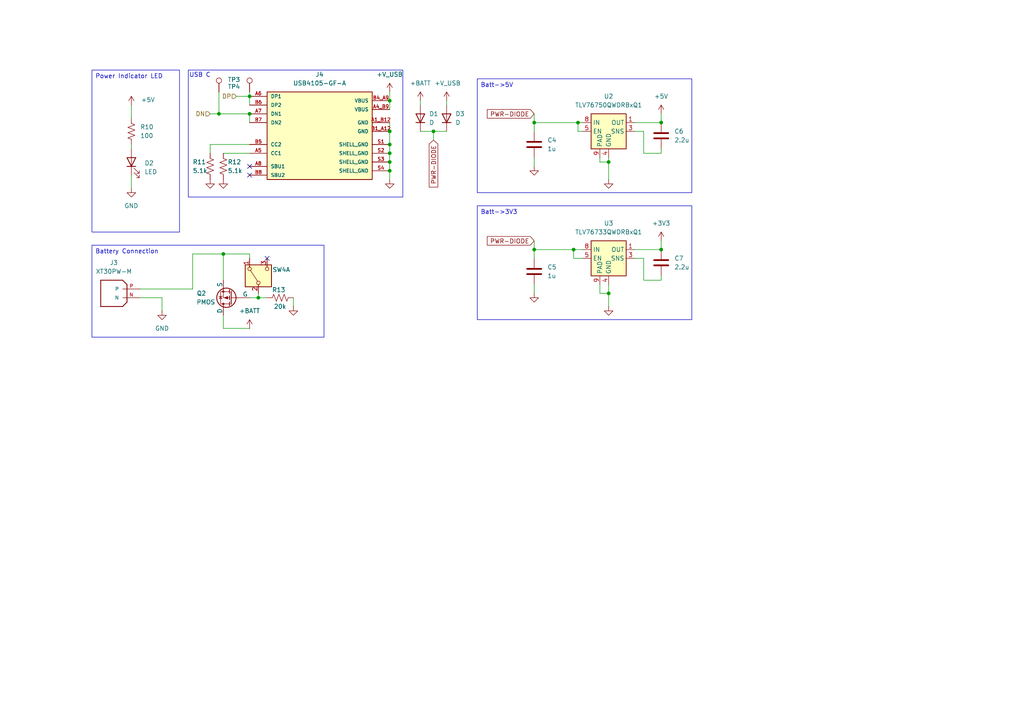
<source format=kicad_sch>
(kicad_sch (version 20231120) (generator "eeschema") (generator_version "8.0")
  (paper "A4")
  (lib_symbols
    (symbol "Connector:TestPoint" (pin_numbers hide) (pin_names (offset 0.762) hide)
      (property "Reference" "TP" (at 0 6.858 0))
      (property "Value" "TestPoint" (at 0 5.08 0))
      (symbol "TestPoint_0_1"
        (circle (center 0 3.302) (radius 0.762))
      )
      (symbol "TestPoint_1_1"
        (pin passive line (at 0 0 90) (length 2.54) (name "1") (number "1"))
      )
    )
    (symbol "Custom Symbols:USB4105-GF-A" (pin_names (offset 1.016))
      (property "Reference" "J" (at -13.97 13.97 0))
      (property "Value" "USB4105-GF-A" (at -15.24 -15.24 0))
      (symbol "USB4105-GF-A_0_0"
        (rectangle (start -15.24 12.7) (end 15.24 -12.7) (stroke (width 0.254)) (fill (type background)))
        (pin power_in line (at 20.32 3.81 180) (length 5.08) (name "GND") (number "A1_B12"))
        (pin power_in line (at 20.32 7.62 180) (length 5.08) (name "VBUS") (number "A4_B9"))
        (pin bidirectional line (at -20.32 -5.08 0) (length 5.08) (name "CC1") (number "A5"))
        (pin bidirectional line (at -20.32 11.43 0) (length 5.08) (name "DP1") (number "A6"))
        (pin bidirectional line (at -20.32 6.35 0) (length 5.08) (name "DN1") (number "A7"))
        (pin bidirectional line (at -20.32 -8.89 0) (length 5.08) (name "SBU1") (number "A8"))
        (pin power_in line (at 20.32 1.27 180) (length 5.08) (name "GND") (number "B1_A12"))
        (pin power_in line (at 20.32 10.16 180) (length 5.08) (name "VBUS") (number "B4_A9"))
        (pin bidirectional line (at -20.32 -2.54 0) (length 5.08) (name "CC2") (number "B5"))
        (pin bidirectional line (at -20.32 8.89 0) (length 5.08) (name "DP2") (number "B6"))
        (pin bidirectional line (at -20.32 3.81 0) (length 5.08) (name "DN2") (number "B7"))
        (pin bidirectional line (at -20.32 -11.43 0) (length 5.08) (name "SBU2") (number "B8"))
        (pin power_in line (at 20.32 -2.54 180) (length 5.08) (name "SHELL_GND") (number "S1"))
        (pin power_in line (at 20.32 -5.08 180) (length 5.08) (name "SHELL_GND") (number "S2"))
        (pin power_in line (at 20.32 -7.62 180) (length 5.08) (name "SHELL_GND") (number "S3"))
        (pin power_in line (at 20.32 -10.16 180) (length 5.08) (name "SHELL_GND") (number "S4"))
      )
    )
    (symbol "Device:C" (pin_numbers hide) (pin_names (offset 0.254))
      (property "Reference" "C" (at 0.635 2.54 0))
      (property "Value" "C" (at 0.635 -2.54 0))
      (symbol "C_0_1"
        (polyline (pts (xy -2.032 -0.762) (xy 2.032 -0.762)) (stroke (width 0.508)))
        (polyline (pts (xy -2.032 0.762) (xy 2.032 0.762)) (stroke (width 0.508)))
      )
      (symbol "C_1_1"
        (pin passive line (at 0 3.81 270) (length 2.794) (name "~") (number "1"))
        (pin passive line (at 0 -3.81 90) (length 2.794) (name "~") (number "2"))
      )
    )
    (symbol "Device:D" (pin_numbers hide) (pin_names (offset 1.016) hide)
      (property "Reference" "D" (at 0 2.54 0))
      (property "Value" "D" (at 0 -2.54 0))
      (symbol "D_0_1"
        (polyline (pts (xy -1.27 1.27) (xy -1.27 -1.27)) (stroke (width 0.254)))
        (polyline (pts (xy 1.27 0) (xy -1.27 0)))
        (polyline (pts (xy 1.27 1.27) (xy 1.27 -1.27) (xy -1.27 0) (xy 1.27 1.27)) (stroke (width 0.254)))
      )
      (symbol "D_1_1"
        (pin passive line (at -3.81 0 0) (length 2.54) (name "K") (number "1"))
        (pin passive line (at 3.81 0 180) (length 2.54) (name "A") (number "2"))
      )
    )
    (symbol "Device:LED" (pin_numbers hide) (pin_names (offset 1.016) hide)
      (property "Reference" "D" (at 0 2.54 0))
      (property "Value" "LED" (at 0 -2.54 0))
      (symbol "LED_0_1"
        (polyline (pts (xy -1.27 -1.27) (xy -1.27 1.27)) (stroke (width 0.254)))
        (polyline (pts (xy -1.27 0) (xy 1.27 0)))
        (polyline (pts (xy 1.27 -1.27) (xy 1.27 1.27) (xy -1.27 0) (xy 1.27 -1.27)) (stroke (width 0.254)))
        (polyline (pts (xy -3.048 -0.762) (xy -4.572 -2.286) (xy -3.81 -2.286) (xy -4.572 -2.286) (xy -4.572 -1.524)))
        (polyline (pts (xy -1.778 -0.762) (xy -3.302 -2.286) (xy -2.54 -2.286) (xy -3.302 -2.286) (xy -3.302 -1.524)))
      )
      (symbol "LED_1_1"
        (pin passive line (at -3.81 0 0) (length 2.54) (name "K") (number "1"))
        (pin passive line (at 3.81 0 180) (length 2.54) (name "A") (number "2"))
      )
    )
    (symbol "Device:R_US" (pin_numbers hide) (pin_names (offset 0))
      (property "Reference" "R" (at 2.54 0 90))
      (property "Value" "R_US" (at -2.54 0 90))
      (symbol "R_US_0_1"
        (polyline (pts (xy 0 -2.286) (xy 0 -2.54)))
        (polyline (pts (xy 0 2.286) (xy 0 2.54)))
        (polyline (pts (xy 0 -0.762) (xy 1.016 -1.143) (xy 0 -1.524) (xy -1.016 -1.905) (xy 0 -2.286)))
        (polyline (pts (xy 0 0.762) (xy 1.016 0.381) (xy 0 0) (xy -1.016 -0.381) (xy 0 -0.762)))
        (polyline (pts (xy 0 2.286) (xy 1.016 1.905) (xy 0 1.524) (xy -1.016 1.143) (xy 0 0.762)))
      )
      (symbol "R_US_1_1"
        (pin passive line (at 0 3.81 270) (length 1.27) (name "~") (number "1"))
        (pin passive line (at 0 -3.81 90) (length 1.27) (name "~") (number "2"))
      )
    )
    (symbol "Regulator_Linear:TLV76733QWDRBxQ1"
      (property "Reference" "U" (at 0 8.89 0))
      (property "Value" "TLV76733QWDRBxQ1" (at 0 6.35 0))
      (symbol "TLV76733QWDRBxQ1_0_1"
        (rectangle (start -5.08 5.08) (end 5.08 -5.08) (stroke (width 0.254)) (fill (type background)))
      )
      (symbol "TLV76733QWDRBxQ1_1_1"
        (pin power_out line (at 7.62 2.54 180) (length 2.54) (name "OUT") (number "1"))
        (pin no_connect line (at 5.08 -2.54 180) (length 2.54) hide (name "NC") (number "2"))
        (pin input line (at 7.62 0 180) (length 2.54) (name "SNS") (number "3"))
        (pin power_in line (at 0 -7.62 90) (length 2.54) (name "GND") (number "4"))
        (pin input line (at -7.62 0 0) (length 2.54) (name "EN") (number "5"))
        (pin passive line (at 0 -7.62 90) (length 2.54) hide (name "GND") (number "6"))
        (pin no_connect line (at -5.08 -2.54 0) (length 2.54) hide (name "NC") (number "7"))
        (pin power_in line (at -7.62 2.54 0) (length 2.54) (name "IN") (number "8"))
        (pin passive line (at -2.54 -7.62 90) (length 2.54) (name "PAD") (number "9"))
      )
    )
    (symbol "Regulator_Linear:TLV76750QWDRBxQ1"
      (property "Reference" "U" (at 0 8.89 0))
      (property "Value" "TLV76750QWDRBxQ1" (at 0 6.35 0))
      (symbol "TLV76750QWDRBxQ1_0_1"
        (rectangle (start -5.08 5.08) (end 5.08 -5.08) (stroke (width 0.254)) (fill (type background)))
      )
      (symbol "TLV76750QWDRBxQ1_1_1"
        (pin power_out line (at 7.62 2.54 180) (length 2.54) (name "OUT") (number "1"))
        (pin no_connect line (at 5.08 -2.54 180) (length 2.54) hide (name "NC") (number "2"))
        (pin input line (at 7.62 0 180) (length 2.54) (name "SNS") (number "3"))
        (pin power_in line (at 0 -7.62 90) (length 2.54) (name "GND") (number "4"))
        (pin input line (at -7.62 0 0) (length 2.54) (name "EN") (number "5"))
        (pin passive line (at 0 -7.62 90) (length 2.54) hide (name "GND") (number "6"))
        (pin no_connect line (at -5.08 -2.54 0) (length 2.54) hide (name "NC") (number "7"))
        (pin power_in line (at -7.62 2.54 0) (length 2.54) (name "IN") (number "8"))
        (pin passive line (at -2.54 -7.62 90) (length 2.54) (name "PAD") (number "9"))
      )
    )
    (symbol "Simulation_SPICE:PMOS" (pin_numbers hide) (pin_names (offset 0))
      (property "Reference" "Q1" (at 8.89 -1.27 0))
      (property "Value" "PMOS" (at 7.62 1.27 0))
      (symbol "PMOS_0_1"
        (polyline (pts (xy 0.254 0) (xy -2.54 0)))
        (polyline (pts (xy 0.254 1.905) (xy 0.254 -1.905)) (stroke (width 0.254)))
        (polyline (pts (xy 0.762 -1.27) (xy 0.762 -2.286)) (stroke (width 0.254)))
        (polyline (pts (xy 0.762 0.508) (xy 0.762 -0.508)) (stroke (width 0.254)))
        (polyline (pts (xy 0.762 2.286) (xy 0.762 1.27)) (stroke (width 0.254)))
        (polyline (pts (xy 2.54 2.54) (xy 2.54 1.778)))
        (polyline (pts (xy 2.54 -2.54) (xy 2.54 0) (xy 0.762 0)))
        (polyline (pts (xy 0.762 1.778) (xy 3.302 1.778) (xy 3.302 -1.778) (xy 0.762 -1.778)))
        (polyline (pts (xy 2.286 0) (xy 1.27 0.381) (xy 1.27 -0.381) (xy 2.286 0)) (fill (type outline)))
        (polyline (pts (xy 2.794 -0.508) (xy 2.921 -0.381) (xy 3.683 -0.381) (xy 3.81 -0.254)))
        (polyline (pts (xy 3.302 -0.381) (xy 2.921 0.254) (xy 3.683 0.254) (xy 3.302 -0.381)))
        (circle (center 1.651 0) (radius 2.794) (stroke (width 0.254)))
        (circle (center 2.54 -1.778) (radius 0.254) (fill (type outline)))
        (circle (center 2.54 1.778) (radius 0.254) (fill (type outline)))
      )
      (symbol "PMOS_1_0"
        (pin passive line (at -5.08 0 0) (length 2.54) (name "G") (number "4"))
        (pin passive line (at 2.54 5.08 270) (length 2.54) (name "D") (number "5"))
      )
      (symbol "PMOS_1_1"
        (pin input line (at 2.54 -5.08 90) (length 2.54) hide (name "S") (number "1"))
        (pin passive line (at 2.54 -5.08 90) (length 2.54) hide (name "S") (number "2"))
        (pin passive line (at 2.54 -5.08 90) (length 2.54) (name "S") (number "3"))
      )
    )
    (symbol "Switch:SW_DPDT_x2" (pin_names (offset 0) hide)
      (property "Reference" "SW" (at 0 5.08 0))
      (property "Value" "SW_DPDT_x2" (at 0 -5.08 0))
      (symbol "SW_DPDT_x2_0_0"
        (circle (center -2.032 0) (radius 0.508))
        (circle (center 2.032 -2.54) (radius 0.508))
      )
      (symbol "SW_DPDT_x2_0_1"
        (rectangle (start -3.175 3.81) (end 3.175 -3.81) (stroke (width 0.254)) (fill (type background)))
        (polyline (pts (xy -1.524 0.254) (xy 1.5748 2.286)))
        (circle (center 2.032 2.54) (radius 0.508))
      )
      (symbol "SW_DPDT_x2_1_1"
        (pin passive line (at 5.08 2.54 180) (length 2.54) (name "A") (number "1"))
        (pin passive line (at -5.08 0 0) (length 2.54) (name "B") (number "2"))
        (pin passive line (at 5.08 -2.54 180) (length 2.54) (name "C") (number "3"))
      )
      (symbol "SW_DPDT_x2_2_1"
        (pin passive line (at 5.08 2.54 180) (length 2.54) (name "A") (number "4"))
        (pin passive line (at -5.08 0 0) (length 2.54) (name "B") (number "5"))
        (pin passive line (at 5.08 -2.54 180) (length 2.54) (name "C") (number "6"))
      )
    )
    (symbol "XT30PW-M:XT30PW-M" (pin_names (offset 1.016))
      (property "Reference" "J" (at -7.62 3.302 0))
      (property "Value" "XT30PW-M" (at -7.62 -7.62 0))
      (symbol "XT30PW-M_0_0"
        (polyline (pts (xy -7.62 -5.08) (xy -7.62 2.54)) (stroke (width 0.254)))
        (polyline (pts (xy -7.62 2.54) (xy -1.27 2.54)) (stroke (width 0.254)))
        (polyline (pts (xy -1.27 -5.08) (xy -7.62 -5.08)) (stroke (width 0.254)))
        (polyline (pts (xy 0 -3.81) (xy -1.27 -5.08)) (stroke (width 0.254)))
        (polyline (pts (xy 0 0) (xy 0 -3.81)) (stroke (width 0.254)))
        (polyline (pts (xy 0 1.27) (xy -1.27 2.54)) (stroke (width 0.254)))
        (polyline (pts (xy 0 1.27) (xy 0 0)) (stroke (width 0.254)))
      )
      (symbol "XT30PW-M_1_0"
        (pin power_in line (at 3.81 -2.54 180) (length 5.08) (name "N") (number "N"))
        (pin power_in line (at 3.81 0 180) (length 5.08) (name "P") (number "P"))
      )
      (symbol "XT30PW-M_1_1"
        (pin unspecified line (at -10.16 0 0) (length 2.54) hide (name "S1") (number "S1"))
        (pin unspecified line (at -10.16 -2.54 0) (length 2.54) hide (name "S2") (number "S2"))
      )
    )
    (symbol "power:+12V" (power) (pin_numbers hide) (pin_names (offset 0) hide)
      (property "Value" "+12V" (at 0 3.556 0))
      (symbol "+12V_0_1"
        (polyline (pts (xy -0.762 1.27) (xy 0 2.54)))
        (polyline (pts (xy 0 0) (xy 0 2.54)))
        (polyline (pts (xy 0 2.54) (xy 0.762 1.27)))
      )
      (symbol "+12V_1_1"
        (pin power_in line (at 0 0 90) (length 0) (name "~") (number "1"))
      )
    )
    (symbol "power:+3V3" (power) (pin_numbers hide) (pin_names (offset 0) hide)
      (property "Value" "+3V3" (at 0 3.556 0))
      (symbol "+3V3_0_1"
        (polyline (pts (xy -0.762 1.27) (xy 0 2.54)))
        (polyline (pts (xy 0 0) (xy 0 2.54)))
        (polyline (pts (xy 0 2.54) (xy 0.762 1.27)))
      )
      (symbol "+3V3_1_1"
        (pin power_in line (at 0 0 90) (length 0) (name "~") (number "1"))
      )
    )
    (symbol "power:+5V" (power) (pin_numbers hide) (pin_names (offset 0) hide)
      (property "Value" "+5V" (at 0 3.556 0))
      (symbol "+5V_0_1"
        (polyline (pts (xy -0.762 1.27) (xy 0 2.54)))
        (polyline (pts (xy 0 0) (xy 0 2.54)))
        (polyline (pts (xy 0 2.54) (xy 0.762 1.27)))
      )
      (symbol "+5V_1_1"
        (pin power_in line (at 0 0 90) (length 0) (name "~") (number "1"))
      )
    )
    (symbol "power:+BATT" (power) (pin_numbers hide) (pin_names (offset 0) hide)
      (property "Value" "+BATT" (at 0 3.556 0))
      (symbol "+BATT_0_1"
        (polyline (pts (xy -0.762 1.27) (xy 0 2.54)))
        (polyline (pts (xy 0 0) (xy 0 2.54)))
        (polyline (pts (xy 0 2.54) (xy 0.762 1.27)))
      )
      (symbol "+BATT_1_1"
        (pin power_in line (at 0 0 90) (length 0) (name "~") (number "1"))
      )
    )
    (symbol "power:GND" (power) (pin_numbers hide) (pin_names (offset 0) hide)
      (property "Value" "GND" (at 0 -3.81 0))
      (symbol "GND_0_1"
        (polyline (pts (xy 0 0) (xy 0 -1.27) (xy 1.27 -1.27) (xy 0 -2.54) (xy -1.27 -1.27) (xy 0 -1.27)))
      )
      (symbol "GND_1_1"
        (pin power_in line (at 0 0 270) (length 0) (name "~") (number "1"))
      )
    )
    (symbol "power:VBUS" (power) (pin_numbers hide) (pin_names (offset 0) hide)
      (property "Value" "VBUS" (at 0 3.556 0))
      (symbol "VBUS_0_1"
        (polyline (pts (xy -0.762 1.27) (xy 0 2.54)))
        (polyline (pts (xy 0 0) (xy 0 2.54)))
        (polyline (pts (xy 0 2.54) (xy 0.762 1.27)))
      )
      (symbol "VBUS_1_1"
        (pin power_in line (at 0 0 90) (length 0) (name "~") (number "1"))
      )
    )
  )
  (junction (at 154.94 72.39))
  (junction (at 113.03 41.91))
  (junction (at 191.77 35.56))
  (junction (at 154.94 35.56))
  (junction (at 166.37 72.39))
  (junction (at 72.39 33.02))
  (junction (at 72.39 27.94))
  (junction (at 167.64 35.56))
  (junction (at 113.03 44.45))
  (junction (at 176.53 46.99))
  (junction (at 176.53 85.09))
  (junction (at 113.03 29.21))
  (junction (at 113.03 49.53))
  (junction (at 113.03 46.99))
  (junction (at 191.77 72.39))
  (junction (at 125.73 38.1))
  (junction (at 74.93 86.36))
  (junction (at 63.5 33.02))
  (junction (at 64.77 73.66))
  (junction (at 113.03 38.1))
  (no_connect (at 72.39 50.8))
  (no_connect (at 77.47 74.93))
  (no_connect (at 72.39 48.26))
  (wire (pts (xy 186.69 74.93) (xy 186.69 81.28)))
  (wire (pts (xy 63.5 33.02) (xy 72.39 33.02)))
  (wire (pts (xy 166.37 74.93) (xy 166.37 72.39)))
  (wire (pts (xy 60.96 44.45) (xy 60.96 41.91)))
  (wire (pts (xy 113.03 38.1) (xy 113.03 41.91)))
  (wire (pts (xy 60.96 33.02) (xy 63.5 33.02)))
  (wire (pts (xy 184.15 35.56) (xy 191.77 35.56)))
  (wire (pts (xy 186.69 81.28) (xy 191.77 81.28)))
  (wire (pts (xy 113.03 35.56) (xy 113.03 38.1)))
  (wire (pts (xy 173.99 46.99) (xy 176.53 46.99)))
  (wire (pts (xy 154.94 35.56) (xy 167.64 35.56)))
  (wire (pts (xy 85.09 86.36) (xy 85.09 88.9)))
  (wire (pts (xy 64.77 95.25) (xy 72.39 95.25)))
  (wire (pts (xy 154.94 72.39) (xy 154.94 74.93)))
  (wire (pts (xy 55.88 83.82) (xy 55.88 73.66)))
  (wire (pts (xy 72.39 33.02) (xy 72.39 35.56)))
  (wire (pts (xy 176.53 82.55) (xy 176.53 85.09)))
  (wire (pts (xy 38.1 30.48) (xy 38.1 34.29)))
  (wire (pts (xy 184.15 74.93) (xy 186.69 74.93)))
  (wire (pts (xy 154.94 35.56) (xy 154.94 38.1)))
  (wire (pts (xy 55.88 73.66) (xy 64.77 73.66)))
  (wire (pts (xy 154.94 33.02) (xy 154.94 35.56)))
  (wire (pts (xy 166.37 72.39) (xy 168.91 72.39)))
  (wire (pts (xy 68.58 27.94) (xy 72.39 27.94)))
  (wire (pts (xy 121.92 29.21) (xy 121.92 30.48)))
  (wire (pts (xy 38.1 50.8) (xy 38.1 54.61)))
  (wire (pts (xy 167.64 35.56) (xy 168.91 35.56)))
  (wire (pts (xy 191.77 33.02) (xy 191.77 35.56)))
  (wire (pts (xy 125.73 38.1) (xy 129.54 38.1)))
  (wire (pts (xy 113.03 26.67) (xy 113.03 29.21)))
  (wire (pts (xy 113.03 29.21) (xy 113.03 31.75)))
  (wire (pts (xy 72.39 27.94) (xy 72.39 30.48)))
  (wire (pts (xy 176.53 45.72) (xy 176.53 46.99)))
  (wire (pts (xy 113.03 46.99) (xy 113.03 49.53)))
  (wire (pts (xy 64.77 73.66) (xy 64.77 81.28)))
  (wire (pts (xy 64.77 73.66) (xy 72.39 73.66)))
  (wire (pts (xy 74.93 85.09) (xy 74.93 86.36)))
  (wire (pts (xy 74.93 86.36) (xy 77.47 86.36)))
  (wire (pts (xy 121.92 38.1) (xy 125.73 38.1)))
  (wire (pts (xy 167.64 38.1) (xy 167.64 35.56)))
  (wire (pts (xy 113.03 41.91) (xy 113.03 44.45)))
  (wire (pts (xy 154.94 69.85) (xy 154.94 72.39)))
  (wire (pts (xy 154.94 82.55) (xy 154.94 85.09)))
  (wire (pts (xy 176.53 85.09) (xy 176.53 88.9)))
  (wire (pts (xy 46.99 86.36) (xy 46.99 90.17)))
  (wire (pts (xy 191.77 44.45) (xy 191.77 43.18)))
  (wire (pts (xy 173.99 82.55) (xy 173.99 85.09)))
  (wire (pts (xy 63.5 26.67) (xy 63.5 33.02)))
  (wire (pts (xy 40.64 86.36) (xy 46.99 86.36)))
  (wire (pts (xy 60.96 41.91) (xy 72.39 41.91)))
  (wire (pts (xy 173.99 45.72) (xy 173.99 46.99)))
  (wire (pts (xy 64.77 95.25) (xy 64.77 91.44)))
  (wire (pts (xy 176.53 46.99) (xy 176.53 52.07)))
  (wire (pts (xy 184.15 72.39) (xy 191.77 72.39)))
  (wire (pts (xy 125.73 38.1) (xy 125.73 40.64)))
  (wire (pts (xy 154.94 72.39) (xy 166.37 72.39)))
  (wire (pts (xy 72.39 73.66) (xy 72.39 74.93)))
  (wire (pts (xy 168.91 74.93) (xy 166.37 74.93)))
  (wire (pts (xy 184.15 38.1) (xy 186.69 38.1)))
  (wire (pts (xy 191.77 69.85) (xy 191.77 72.39)))
  (wire (pts (xy 72.39 26.67) (xy 72.39 27.94)))
  (wire (pts (xy 154.94 45.72) (xy 154.94 48.26)))
  (wire (pts (xy 191.77 81.28) (xy 191.77 80.01)))
  (wire (pts (xy 186.69 44.45) (xy 191.77 44.45)))
  (wire (pts (xy 168.91 38.1) (xy 167.64 38.1)))
  (wire (pts (xy 129.54 29.21) (xy 129.54 30.48)))
  (wire (pts (xy 186.69 38.1) (xy 186.69 44.45)))
  (wire (pts (xy 173.99 85.09) (xy 176.53 85.09)))
  (wire (pts (xy 64.77 44.45) (xy 72.39 44.45)))
  (wire (pts (xy 40.64 83.82) (xy 55.88 83.82)))
  (wire (pts (xy 38.1 41.91) (xy 38.1 43.18)))
  (wire (pts (xy 113.03 44.45) (xy 113.03 46.99)))
  (wire (pts (xy 113.03 49.53) (xy 113.03 52.07)))
  (wire (pts (xy 74.93 86.36) (xy 72.39 86.36)))
  (rectangle (start 54.61 20.32) (end 116.84 57.15))
  (text_box "Batt->5V" (at 138.43 22.86 0) (size 62.23 33.02) (effects (font (size 1.27 1.27)) (justify left top)))
  (text_box "Batt->3V3\n\n" (at 138.43 59.69 0) (size 62.23 33.02) (effects (font (size 1.27 1.27)) (justify left top)))
  (text_box "Battery Connection \n" (at 26.67 71.12 0) (size 67.31 26.67) (effects (font (size 1.27 1.27)) (justify left top)))
  (text_box "Power Indicator LED" (at 26.67 20.32 0) (size 25.4 46.99) (effects (font (size 1.27 1.27)) (justify left top)))
  (text "USB C" (at 54.864 22.606 0) (effects (font (size 1.27 1.27)) (justify left bottom)))
  (global_label "PWR-DIODE" (shape input) (at 125.73 40.64 270) (property "Intersheetrefs" "${INTERSHEET_REFS}" (effects (hide yes))))
  (global_label "PWR-DIODE" (shape input) (at 154.94 69.85 180) (property "Intersheetrefs" "${INTERSHEET_REFS}" (effects (hide yes))))
  (global_label "PWR-DIODE" (shape input) (at 154.94 33.02 180) (property "Intersheetrefs" "${INTERSHEET_REFS}" (effects (hide yes))))
  (hierarchical_label "DN" (shape input) (at 60.96 33.02 180))
  (hierarchical_label "DP" (shape input) (at 68.58 27.94 180))
  (symbol (lib_id "Device:R_US") (at 64.77 48.26 0) (unit 1)
    (property "Reference" "R12" (at 66.04 46.99 0) (effects (justify left)))
    (property "Value" "5.1k" (at 66.04 49.53 0) (effects (justify left)))
    (property "Footprint" "Resistor_SMD:R_0603_1608Metric" (effects (hide yes)))
    (property "MANUFACTURER" "ERA-1AEB512C" (effects (hide yes)))
  )
  (symbol (lib_id "power:+3V3") (at 38.1 30.48 0) (unit 1)
    (property "Reference" "#PWR031" (effects (hide yes)))
    (property "Value" "+5V" (at 42.926 28.956 0))
    (property "Description" "Power symbol creates a global label with name \"+3V3\"" (effects (hide yes)))
  )
  (symbol (lib_id "power:+BATT") (at 121.92 29.21 0) (unit 1)
    (property "Reference" "#PWR022" (effects (hide yes)))
    (property "Value" "+BATT" (at 121.92 24.13 0))
    (property "Description" "Power symbol creates a global label with name \"+BATT\"" (effects (hide yes)))
  )
  (symbol (lib_id "Device:D") (at 129.54 34.29 90) (unit 1)
    (property "Reference" "D3" (at 132.08 33.0199 90) (effects (justify right)))
    (property "Value" "D" (at 132.08 35.5599 90) (effects (justify right)))
    (property "Footprint" "Diode_SMD:D_SOD-123F" (effects (hide yes)))
    (property "Description" "Diode" (effects (hide yes)))
    (property "Sim.Device" "D" (effects (hide yes)))
    (property "Sim.Pins" "1=K 2=A" (effects (hide yes)))
    (property "MANUFACTURER" "RB168MM-30TR" (effects (hide yes)))
  )
  (symbol (lib_id "Custom Symbols:USB4105-GF-A") (at 92.71 39.37 0) (unit 1)
    (property "Reference" "J4" (at 92.71 21.59 0))
    (property "Value" "USB4105-GF-A" (at 92.71 24.13 0))
    (property "Footprint" "USB4105-GF-A-Footprint:GCT_USB4105-GF-A" (effects (hide yes)))
    (property "PARTREV" "A3" (effects (hide yes)))
    (property "STANDARD" "Manufacturer Recommendations" (effects (hide yes)))
    (property "MAXIMUM_PACKAGE_HEIGHT" "3.31 mm" (effects (hide yes)))
    (property "MANUFACTURER" "USB4105-GF-A" (effects (hide yes)))
  )
  (symbol (lib_id "power:GND") (at 113.03 52.07 0) (unit 1)
    (property "Reference" "#PWR039" (effects (hide yes)))
    (property "Value" "GND" (effects (hide yes)))
  )
  (symbol (lib_id "Device:C") (at 154.94 78.74 0) (unit 1)
    (property "Reference" "C5" (at 158.75 77.4699 0) (effects (justify left)))
    (property "Value" "1u" (at 158.75 80.0099 0) (effects (justify left)))
    (property "Footprint" "Capacitor_SMD:C_0603_1608Metric_Pad1.08x0.95mm_HandSolder" (effects (hide yes)))
    (property "Description" "Unpolarized capacitor" (effects (hide yes)))
    (property "MANUFACTURER" "AMK063AC6105MP-F" (effects (hide yes)))
  )
  (symbol (lib_id "Connector:TestPoint") (at 72.39 26.67 0) (unit 1) (in_bom no)
    (property "Reference" "TP4" (at 66.04 25.146 0) (effects (justify left)))
    (property "Value" "TestPoint" (effects (hide yes)))
    (property "Footprint" "TestPoint:TestPoint_Pad_D2.0mm" (effects (hide yes)))
    (property "Description" "test point" (effects (hide yes)))
  )
  (symbol (lib_id "Device:R_US") (at 60.96 48.26 0) (unit 1)
    (property "Reference" "R11" (at 55.88 46.99 0) (effects (justify left)))
    (property "Value" "5.1k" (at 55.88 49.53 0) (effects (justify left)))
    (property "Footprint" "Resistor_SMD:R_0603_1608Metric" (effects (hide yes)))
    (property "MANUFACTURER" "ERA-1AEB512C" (effects (hide yes)))
  )
  (symbol (lib_id "power:+5V") (at 191.77 33.02 0) (unit 1)
    (property "Reference" "#PWR020" (effects (hide yes)))
    (property "Value" "+5V" (at 191.77 27.94 0))
    (property "Description" "Power symbol creates a global label with name \"+5V\"" (effects (hide yes)))
  )
  (symbol (lib_id "Regulator_Linear:TLV76733QWDRBxQ1") (at 176.53 74.93 0) (unit 1)
    (property "Reference" "U3" (at 176.53 64.77 0))
    (property "Value" "TLV76733QWDRBxQ1" (at 176.53 67.31 0))
    (property "Footprint" "Package_SON:VSON-8-1EP_3x3mm_P0.65mm_EP1.65x2.4mm_ThermalVias" (effects (hide yes)))
    (property "Datasheet" "www.ti.com/lit/gpn/TLV767-q1" (effects (hide yes)))
    (property "Description" "1A, 16V Precision Linear Voltage Regulator, with enable pin, Fixed Output 3.3V, VSON-8" (effects (hide yes)))
  )
  (symbol (lib_id "power:+5V") (at 129.54 29.21 0) (unit 1)
    (property "Reference" "#PWR023" (effects (hide yes)))
    (property "Value" "+V_USB" (at 125.984 24.13 0) (effects (justify left)))
    (property "Description" "Power symbol creates a global label with name \"+5V\"" (effects (hide yes)))
  )
  (symbol (lib_id "Device:C") (at 154.94 41.91 0) (unit 1)
    (property "Reference" "C4" (at 158.75 40.6399 0) (effects (justify left)))
    (property "Value" "1u" (at 158.75 43.1799 0) (effects (justify left)))
    (property "Footprint" "Capacitor_SMD:C_0603_1608Metric_Pad1.08x0.95mm_HandSolder" (effects (hide yes)))
    (property "Description" "Unpolarized capacitor" (effects (hide yes)))
    (property "MANUFACTURER" "AMK063AC6105MP-F" (effects (hide yes)))
  )
  (symbol (lib_id "Device:D") (at 121.92 34.29 90) (unit 1)
    (property "Reference" "D1" (at 124.46 33.0199 90) (effects (justify right)))
    (property "Value" "D" (at 124.46 35.5599 90) (effects (justify right)))
    (property "Footprint" "Diode_SMD:D_SOD-123F" (effects (hide yes)))
    (property "Description" "Diode" (effects (hide yes)))
    (property "Sim.Device" "D" (effects (hide yes)))
    (property "Sim.Pins" "1=K 2=A" (effects (hide yes)))
    (property "MANUFACTURER" "RB168MM-30TR" (effects (hide yes)))
  )
  (symbol (lib_id "power:+3V3") (at 191.77 69.85 0) (unit 1)
    (property "Reference" "#PWR021" (effects (hide yes)))
    (property "Value" "+3V3" (at 191.77 64.77 0))
    (property "Description" "Power symbol creates a global label with name \"+3V3\"" (effects (hide yes)))
  )
  (symbol (lib_id "Connector:TestPoint") (at 63.5 26.67 0) (unit 1) (in_bom no)
    (property "Reference" "TP3" (at 66.04 23.114 0) (effects (justify left)))
    (property "Value" "TestPoint" (effects (hide yes)))
    (property "Footprint" "TestPoint:TestPoint_Pad_D2.0mm" (effects (hide yes)))
    (property "Description" "test point" (effects (hide yes)))
  )
  (symbol (lib_id "power:GND") (at 176.53 88.9 0) (unit 1)
    (property "Reference" "#PWR019" (effects (hide yes)))
    (property "Value" "GND" (effects (hide yes)))
  )
  (symbol (lib_id "power:GND") (at 154.94 85.09 0) (unit 1)
    (property "Reference" "#PWR017" (effects (hide yes)))
    (property "Value" "GND" (effects (hide yes)))
  )
  (symbol (lib_id "Device:LED") (at 38.1 46.99 90) (unit 1)
    (property "Reference" "D2" (at 41.91 47.3074 90) (effects (justify right)))
    (property "Value" "LED" (at 41.91 49.8474 90) (effects (justify right)))
    (property "Footprint" "LED_SMD:LED_0603_1608Metric" (effects (hide yes)))
    (property "Description" "Light emitting diode" (effects (hide yes)))
    (property "MANUFACTURER" "CSL1101WBCW1 " (effects (hide yes)))
  )
  (symbol (lib_id "power:GND") (at 85.09 88.9 0) (unit 1)
    (property "Reference" "#PWR037" (effects (hide yes)))
    (property "Value" "GND" (effects (hide yes)))
  )
  (symbol (lib_id "Regulator_Linear:TLV76750QWDRBxQ1") (at 176.53 38.1 0) (unit 1)
    (property "Reference" "U2" (at 176.53 27.94 0))
    (property "Value" "TLV76750QWDRBxQ1" (at 176.53 30.48 0))
    (property "Footprint" "Package_SON:VSON-8-1EP_3x3mm_P0.65mm_EP1.65x2.4mm_ThermalVias" (effects (hide yes)))
    (property "Datasheet" "www.ti.com/lit/gpn/TLV767-q1" (effects (hide yes)))
    (property "Description" "1A, 16V Precision Linear Voltage Regulator, with enable pin, Fixed Output 5.0V, VSON-8" (effects (hide yes)))
    (property "MANUFACTURER" " TLV76750DRVR " (effects (hide yes)))
  )
  (symbol (lib_id "power:GND") (at 154.94 48.26 0) (unit 1)
    (property "Reference" "#PWR016" (effects (hide yes)))
    (property "Value" "GND" (effects (hide yes)))
  )
  (symbol (lib_id "power:GND") (at 64.77 52.07 0) (unit 1)
    (property "Reference" "#PWR035" (effects (hide yes)))
    (property "Value" "GND" (effects (hide yes)))
  )
  (symbol (lib_id "power:+12V") (at 72.39 95.25 0) (unit 1)
    (property "Reference" "#PWR036" (effects (hide yes)))
    (property "Value" "+BATT" (at 72.39 90.17 0))
  )
  (symbol (lib_id "Device:C") (at 191.77 39.37 0) (unit 1)
    (property "Reference" "C6" (at 195.58 38.0999 0) (effects (justify left)))
    (property "Value" "2.2u" (at 195.58 40.6399 0) (effects (justify left)))
    (property "Footprint" "Capacitor_SMD:C_0603_1608Metric_Pad1.08x0.95mm_HandSolder" (effects (hide yes)))
    (property "Description" "Unpolarized capacitor" (effects (hide yes)))
    (property "MANUFACTURER" "CL03A225MO5C65C" (effects (hide yes)))
  )
  (symbol (lib_id "power:GND") (at 38.1 54.61 0) (unit 1)
    (property "Reference" "#PWR032" (effects (hide yes)))
    (property "Value" "GND" (at 38.1 59.69 0))
    (property "Description" "Power symbol creates a global label with name \"GND\" , ground" (effects (hide yes)))
  )
  (symbol (lib_id "power:GND") (at 60.96 52.07 0) (unit 1)
    (property "Reference" "#PWR034" (effects (hide yes)))
    (property "Value" "GND" (effects (hide yes)))
  )
  (symbol (lib_id "Switch:SW_DPDT_x2") (at 74.93 80.01 90) (unit 1)
    (property "Reference" "SW4" (at 78.994 78.232 90) (effects (justify right)))
    (property "Value" "SW_Nidec_CAS-120A1" (effects (hide yes)))
    (property "Footprint" "JS102011JAQN:SW_JS102011JAQN" (effects (hide yes)))
    (property "Description" "Switch, dual pole double throw, separate symbols" (effects (hide yes)))
    (property "MANUFACTURER" "CKN10723CT-ND" (effects (hide yes)))
  )
  (symbol (lib_id "Simulation_SPICE:PMOS") (at 67.31 86.36 180) (unit 1)
    (property "Reference" "Q2" (at 58.42 85.09 0))
    (property "Value" "PMOS" (at 59.69 87.63 0))
    (property "Footprint" "Package_SO:PowerPAK_SO-8_Single" (effects (hide yes)))
    (property "Datasheet" "https://ngspice.sourceforge.io/docs/ngspice-manual.pdf" (effects (hide yes)))
    (property "Sim.Device" "PMOS" (effects (hide yes)))
    (property "Sim.Type" "VDMOS" (effects (hide yes)))
    (property "Sim.Pins" "1=D 2=G 3=S" (effects (hide yes)))
    (property "MANUFACTURER" " 781-SI7617DN-GE3 " (effects (hide yes)))
  )
  (symbol (lib_id "power:GND") (at 46.99 90.17 0) (unit 1)
    (property "Reference" "#PWR033" (effects (hide yes)))
    (property "Value" "GND" (at 46.99 95.25 0))
    (property "Description" "Power symbol creates a global label with name \"GND\" , ground" (effects (hide yes)))
  )
  (symbol (lib_id "XT30PW-M:XT30PW-M") (at 36.83 83.82 0) (unit 1) (in_bom no)
    (property "Reference" "J3" (at 33.02 76.2 0))
    (property "Value" "XT30PW-M" (at 33.02 78.74 0))
    (property "Footprint" "XT30PW-M:AMASS_XT30PW-M" (effects (hide yes)))
    (property "MF" "AMASS" (effects (hide yes)))
    (property "MAXIMUM_PACKAGE_HEIGHT" "5 mm" (effects (hide yes)))
    (property "Package" "None" (effects (hide yes)))
    (property "Price" "None" (effects (hide yes)))
    (property "Check_prices" "https://www.snapeda.com/parts/XT30PW-M/AMASS/view-part/?ref=eda" (effects (hide yes)))
    (property "STANDARD" "Manufacturer Recommendations" (effects (hide yes)))
    (property "PARTREV" "1.2" (effects (hide yes)))
    (property "SnapEDA_Link" "https://www.snapeda.com/parts/XT30PW-M/AMASS/view-part/?ref=snap" (effects (hide yes)))
    (property "MP" "XT30PW-M" (effects (hide yes)))
    (property "Description_1" "\nSocket; DC supply; XT30; male; PIN: 2; on PCBs; THT; Colour: yellow\n" (effects (hide yes)))
    (property "MANUFACTURER" "Amass" (effects (hide yes)))
    (property "Availability" "Not in stock" (effects (hide yes)))
    (property "SNAPEDA_PN" "XT30PW-M" (effects (hide yes)))
  )
  (symbol (lib_id "Device:R_US") (at 38.1 38.1 0) (unit 1)
    (property "Reference" "R10" (at 40.64 36.8299 0) (effects (justify left)))
    (property "Value" "100" (at 40.64 39.3699 0) (effects (justify left)))
    (property "Footprint" "Resistor_SMD:R_0603_1608Metric" (effects (hide yes)))
    (property "Description" "Resistor, US symbol" (effects (hide yes)))
    (property "MANUFACTURER" "ERJ-1RKD1000C" (effects (hide yes)))
  )
  (symbol (lib_id "Device:C") (at 191.77 76.2 0) (unit 1)
    (property "Reference" "C7" (at 195.58 74.9299 0) (effects (justify left)))
    (property "Value" "2.2u" (at 195.58 77.4699 0) (effects (justify left)))
    (property "Footprint" "Capacitor_SMD:C_0603_1608Metric_Pad1.08x0.95mm_HandSolder" (effects (hide yes)))
    (property "Description" "Unpolarized capacitor" (effects (hide yes)))
    (property "MANUFACTURER" "CL03A225MO5C65C" (effects (hide yes)))
  )
  (symbol (lib_id "power:VBUS") (at 113.03 26.67 0) (unit 1)
    (property "Reference" "#PWR038" (effects (hide yes)))
    (property "Value" "+V_USB" (at 113.03 21.59 0))
    (property "Description" "Power symbol creates a global label with name \"VBUS\"" (effects (hide yes)))
  )
  (symbol (lib_id "power:GND") (at 176.53 52.07 0) (unit 1)
    (property "Reference" "#PWR018" (effects (hide yes)))
    (property "Value" "GND" (effects (hide yes)))
  )
  (symbol (lib_id "Device:R_US") (at 81.28 86.36 90) (unit 1)
    (property "Reference" "R13" (at 82.804 84.074 90) (effects (justify left)))
    (property "Value" "20k" (at 83.058 88.9 90) (effects (justify left)))
    (property "Footprint" "Resistor_SMD:R_0603_1608Metric" (effects (hide yes)))
    (property "MANUFACTURER" "5-2176074-3" (effects (hide yes)))
  )
)
</source>
